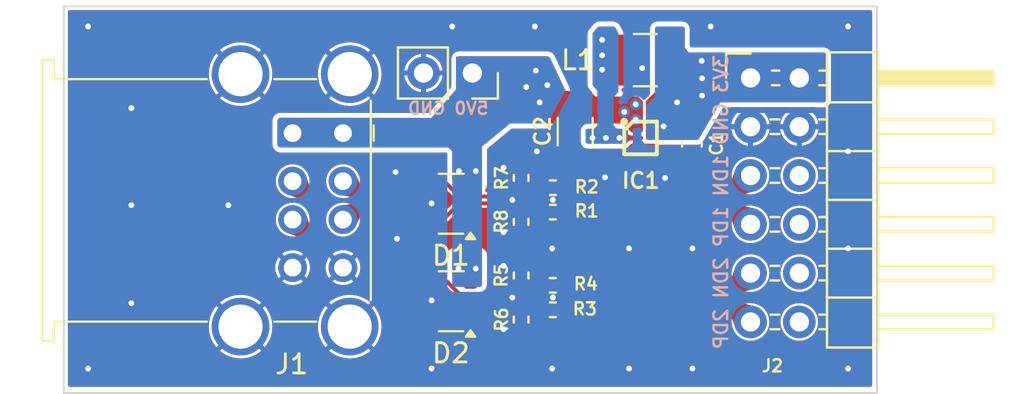
<source format=kicad_pcb>
(kicad_pcb (version 20240108) (generator "pcbnew") (generator_version "8.0")
  (layers (0 "F.Cu" signal) (1 "In1.Cu" signal) (2 "In2.Cu" signal) (31 "B.Cu" signal) (34 "B.Paste" user) (35 "F.Paste" user) (36 "B.SilkS" user "B.Silkscreen") (37 "F.SilkS" user "F.Silkscreen") (38 "B.Mask" user) (39 "F.Mask" user) (44 "Edge.Cuts" user))
  (net 0 "")
  (net 5 "GND")
  (net 6 "/USB2t_DP")
  (net 7 "/USB2t_DN")
  (net 8 "/USB2_DP")
  (net 9 "/USB2_DN")
  (net 10 "/USB1t_DP")
  (net 11 "/USB1t_DN")
  (net 12 "/USB1_DP")
  (net 13 "/USB1_DN")
  (net 14 "/PWR5V0")
  (net 15 "/PWR3V3")
  (net 16 "/IC1-SW")
  (footprint "usb_host_pmod:USB_A_Wuerth_61400826021_Horizontal_Stacked" (layer "F.Cu") (at 86.614 45.8 -90)
    (property "Reference" "J1" (at 12.025 2.667 0) (layer "F.SilkS"))
    (property "Value" "UK-USB AF 90-19.6")
    (fp_line (start -3.81 15.67) (end -3.81 15.05) (stroke (width 0.12)) (layer "F.SilkS"))
    (fp_line (start 10.81 15.67) (end -3.81 15.67) (stroke (width 0.12)) (layer "F.SilkS"))
    (fp_line (start -3.81 15.05) (end -2.81 15.05) (stroke (width 0.12)) (layer "F.SilkS"))
    (fp_line (start -2.81 15.05) (end -2.81 7.08) (stroke (width 0.12)) (layer "F.SilkS"))
    (fp_line (start 9.81 15.05) (end 10.81 15.05) (stroke (width 0.12)) (layer "F.SilkS"))
    (fp_line (start 10.81 15.05) (end 10.81 15.67) (stroke (width 0.12)) (layer "F.SilkS"))
    (fp_line (start 9.81 7.08) (end 9.81 15.05) (stroke (width 0.12)) (layer "F.SilkS"))
    (fp_line (start -2.81 3.58) (end -2.81 1.4) (stroke (width 0.12)) (layer "F.SilkS"))
    (fp_line (start 9.81 3.58) (end 9.81 1.4) (stroke (width 0.12)) (layer "F.SilkS"))
    (fp_line (start -1.69 -1.45) (end 8.69 -1.45) (stroke (width 0.12)) (layer "F.SilkS"))
    (fp_line (start 0.4 -1.6) (end -0.4 -1.6) (stroke (width 0.12)) (layer "F.SilkS"))
    (pad "1" thru_hole rect (at 0 0 270) (size 1.5 1.5) (drill 0.92) (layers "*.Cu" "*.Mask") (net 14 "/PWR5V0"))
    (pad "2" thru_hole circle (at 2.5 0 270) (size 1.5 1.5) (drill 0.92) (layers "*.Cu" "*.Mask") (net 11 "/USB1t_DN"))
    (pad "3" thru_hole circle (at 4.5 0 270) (size 1.5 1.5) (drill 0.92) (layers "*.Cu" "*.Mask") (net 10 "/USB1t_DP"))
    (pad "4" thru_hole circle (at 7 0 270) (size 1.5 1.5) (drill 0.92) (layers "*.Cu" "*.Mask") (net 5 "GND"))
    (pad "5" thru_hole circle (at 0 2.62 270) (size 1.5 1.5) (drill 0.92) (layers "*.Cu" "*.Mask") (net 14 "/PWR5V0"))
    (pad "6" thru_hole circle (at 2.5 2.62 270) (size 1.5 1.5) (drill 0.92) (layers "*.Cu" "*.Mask") (net 7 "/USB2t_DN"))
    (pad "7" thru_hole circle (at 4.5 2.62 270) (size 1.5 1.5) (drill 0.92) (layers "*.Cu" "*.Mask") (net 6 "/USB2t_DP"))
    (pad "8" thru_hole circle (at 7 2.62 270) (size 1.5 1.5) (drill 0.92) (layers "*.Cu" "*.Mask") (net 5 "GND"))
    (pad "9" thru_hole circle (at -3.07 -0.35 270) (size 3 3) (drill 2.3) (layers "*.Cu" "*.Mask") (net 5 "GND"))
    (pad "9" thru_hole circle (at -3.07 5.33 270) (size 3 3) (drill 2.3) (layers "*.Cu" "*.Mask") (net 5 "GND"))
    (pad "9" thru_hole circle (at 10.07 -0.35 270) (size 3 3) (drill 2.3) (layers "*.Cu" "*.Mask") (net 5 "GND"))
    (pad "9" thru_hole circle (at 10.07 5.33 270) (size 3 3) (drill 2.3) (layers "*.Cu" "*.Mask") (net 5 "GND"))
  )
  (footprint "Resistor_SMD:R_0402_1005Metric" (layer "F.Cu") (at 95.885 50.421 90)
    (property "Reference" "R8" (at 0.021 -1.035 90) (layer "F.SilkS") (effects (font (size 0.635 0.635) (thickness 0.127))))
    (property "Value" "15K")
    (fp_line (start -0.153641 -0.38) (end 0.153641 -0.38) (stroke (width 0.127)) (layer "F.SilkS"))
    (fp_line (start -0.153641 0.38) (end 0.153641 0.38) (stroke (width 0.127)) (layer "F.SilkS"))
    (pad "1" smd roundrect (at -0.51 0 90) (size 0.54 0.64) (layers "F.Cu" "F.Paste" "F.Mask") (net 5 "GND"))
    (pad "2" smd roundrect (at 0.51 0 90) (size 0.54 0.64) (layers "F.Cu" "F.Paste" "F.Mask") (net 10 "/USB1t_DP"))
  )
  (footprint "Resistor_SMD:R_0402_1005Metric" (layer "F.Cu") (at 97.534 53.721)
    (property "Reference" "R4" (at 1.716 -0.071 0) (layer "F.SilkS") (effects (font (size 0.635 0.635) (thickness 0.127))))
    (property "Value" "22")
    (fp_line (start -0.153641 -0.38) (end 0.153641 -0.38) (stroke (width 0.127)) (layer "F.SilkS"))
    (fp_line (start -0.153641 0.38) (end 0.153641 0.38) (stroke (width 0.127)) (layer "F.SilkS"))
    (pad "1" smd roundrect (at -0.51 0) (size 0.54 0.64) (layers "F.Cu" "F.Paste" "F.Mask") (net 7 "/USB2t_DN"))
    (pad "2" smd roundrect (at 0.51 0) (size 0.54 0.64) (layers "F.Cu" "F.Paste" "F.Mask") (net 9 "/USB2_DN"))
  )
  (footprint "usb_host_pmod:BGA9C40P3X3_119X129X62" (layer "F.Cu") (at 102.1 46.05)
    (property "Reference" "IC1" (at 0.012 2.221 0) (layer "F.SilkS") (effects (font (size 0.8 0.8) (thickness 0.1524) (bold yes))))
    (property "Value" "TPS61253AYFFR" (hide yes))
    (fp_line (start -0.85 -0.4) (end -0.4 -0.85) (stroke (width 0.2)) (layer "F.SilkS"))
    (fp_line (start -0.85 0.85) (end -0.85 -0.4) (stroke (width 0.2)) (layer "F.SilkS"))
    (fp_line (start -0.4 -0.85) (end 0.85 -0.85) (stroke (width 0.2)) (layer "F.SilkS"))
    (fp_line (start 0.85 -0.85) (end 0.85 0.85) (stroke (width 0.2)) (layer "F.SilkS"))
    (fp_line (start 0.85 0.85) (end -0.85 0.85) (stroke (width 0.2)) (layer "F.SilkS"))
    (fp_circle (center -0.85 -0.85) (end -0.85 -0.75) (stroke (width 0.2)) (fill none) (layer "F.SilkS"))
    (pad "A1" smd circle (at -0.4 -0.4 90) (size 0.2 0.2) (layers "F.Cu" "F.Paste" "F.Mask") (net 14 "/PWR5V0"))
    (pad "A2" smd circle (at 0 -0.4 90) (size 0.2 0.2) (layers "F.Cu" "F.Paste" "F.Mask") (net 14 "/PWR5V0"))
    (pad "A3" smd circle (at 0.4 -0.4 90) (size 0.2 0.2) (layers "F.Cu" "F.Paste" "F.Mask") (net 15 "/PWR3V3"))
    (pad "B1" smd circle (at -0.4 0 90) (size 0.2 0.2) (layers "F.Cu" "F.Paste" "F.Mask") (net 16 "/IC1-SW"))
    (pad "B2" smd circle (at 0 0 90) (size 0.2 0.2) (layers "F.Cu" "F.Paste" "F.Mask") (net 16 "/IC1-SW"))
    (pad "B3" smd circle (at 0.4 0 90) (size 0.2 0.2) (layers "F.Cu" "F.Paste" "F.Mask") (net 15 "/PWR3V3"))
    (pad "C1" smd circle (at -0.4 0.4 90) (size 0.2 0.2) (layers "F.Cu" "F.Paste" "F.Mask") (net 5 "GND"))
    (pad "C2" smd circle (at 0 0.4 90) (size 0.2 0.2) (layers "F.Cu" "F.Paste" "F.Mask") (net 5 "GND"))
    (pad "C3" smd circle (at 0.4 0.4 90) (size 0.2 0.2) (layers "F.Cu" "F.Paste" "F.Mask") (net 5 "GND"))
  )
  (footprint "Resistor_SMD:R_0402_1005Metric" (layer "F.Cu") (at 95.885 53.211 -90)
    (property "Reference" "R5" (at -0.011 1.035 90) (layer "F.SilkS") (effects (font (size 0.635 0.635) (thickness 0.127))))
    (property "Value" "15K")
    (fp_line (start -0.153641 0.38) (end 0.153641 0.38) (stroke (width 0.127)) (layer "F.SilkS"))
    (fp_line (start -0.153641 -0.38) (end 0.153641 -0.38) (stroke (width 0.127)) (layer "F.SilkS"))
    (pad "1" smd roundrect (at -0.51 0 270) (size 0.54 0.64) (layers "F.Cu" "F.Paste" "F.Mask") (net 5 "GND"))
    (pad "2" smd roundrect (at 0.51 0 270) (size 0.54 0.64) (layers "F.Cu" "F.Paste" "F.Mask") (net 7 "/USB2t_DN"))
  )
  (footprint "Resistor_SMD:R_0402_1005Metric" (layer "F.Cu") (at 97.534 49.911)
    (property "Reference" "R1" (at 1.766 -0.061 0) (layer "F.SilkS") (effects (font (size 0.635 0.635) (thickness 0.127))))
    (property "Value" "22")
    (fp_line (start -0.153641 -0.38) (end 0.153641 -0.38) (stroke (width 0.127)) (layer "F.SilkS"))
    (fp_line (start -0.153641 0.38) (end 0.153641 0.38) (stroke (width 0.127)) (layer "F.SilkS"))
    (pad "1" smd roundrect (at -0.51 0) (size 0.54 0.64) (layers "F.Cu" "F.Paste" "F.Mask") (net 10 "/USB1t_DP"))
    (pad "2" smd roundrect (at 0.51 0) (size 0.54 0.64) (layers "F.Cu" "F.Paste" "F.Mask") (net 12 "/USB1_DP"))
  )
  (footprint "Resistor_SMD:R_0402_1005Metric" (layer "F.Cu") (at 97.534 54.991)
    (property "Reference" "R3" (at 1.666 -0.041 0) (layer "F.SilkS") (effects (font (size 0.635 0.635) (thickness 0.127))))
    (property "Value" "22")
    (fp_line (start -0.153641 -0.38) (end 0.153641 -0.38) (stroke (width 0.127)) (layer "F.SilkS"))
    (fp_line (start -0.153641 0.38) (end 0.153641 0.38) (stroke (width 0.127)) (layer "F.SilkS"))
    (pad "1" smd roundrect (at -0.51 0) (size 0.54 0.64) (layers "F.Cu" "F.Paste" "F.Mask") (net 6 "/USB2t_DP"))
    (pad "2" smd roundrect (at 0.51 0) (size 0.54 0.64) (layers "F.Cu" "F.Paste" "F.Mask") (net 8 "/USB2_DP"))
  )
  (footprint "Resistor_SMD:R_0402_1005Metric" (layer "F.Cu") (at 95.885 48.131 -90)
    (property "Reference" "R7" (at 0.019 1.016 90) (layer "F.SilkS") (effects (font (size 0.635 0.635) (thickness 0.127))))
    (property "Value" "15K")
    (fp_line (start -0.153641 0.38) (end 0.153641 0.38) (stroke (width 0.127)) (layer "F.SilkS"))
    (fp_line (start -0.153641 -0.38) (end 0.153641 -0.38) (stroke (width 0.127)) (layer "F.SilkS"))
    (pad "1" smd roundrect (at -0.51 0 270) (size 0.54 0.64) (layers "F.Cu" "F.Paste" "F.Mask") (net 5 "GND"))
    (pad "2" smd roundrect (at 0.51 0 270) (size 0.54 0.64) (layers "F.Cu" "F.Paste" "F.Mask") (net 11 "/USB1t_DN"))
  )
  (footprint "Resistor_SMD:R_0402_1005Metric" (layer "F.Cu") (at 95.885 55.501 90)
    (property "Reference" "R6" (at 0.001 -1.016 90) (layer "F.SilkS") (effects (font (size 0.635 0.635) (thickness 0.127))))
    (property "Value" "15K")
    (fp_line (start -0.153641 -0.38) (end 0.153641 -0.38) (stroke (width 0.127)) (layer "F.SilkS"))
    (fp_line (start -0.153641 0.38) (end 0.153641 0.38) (stroke (width 0.127)) (layer "F.SilkS"))
    (pad "1" smd roundrect (at -0.51 0 90) (size 0.54 0.64) (layers "F.Cu" "F.Paste" "F.Mask") (net 5 "GND"))
    (pad "2" smd roundrect (at 0.51 0 90) (size 0.54 0.64) (layers "F.Cu" "F.Paste" "F.Mask") (net 6 "/USB2t_DP"))
  )
  (footprint "Capacitor_SMD:C_0603_1608Metric" (layer "F.Cu") (at 104.775 46.368 -90)
    (property "Reference" "C1" (at -0.018 -1.275 90) (layer "F.SilkS") (effects (font (size 0.635 0.635) (thickness 0.127) (bold yes))))
    (property "Value" "10uF")
    (fp_line (start -0.14058 0.51) (end 0.14058 0.51) (stroke (width 0.12)) (layer "F.SilkS"))
    (fp_line (start -0.14058 -0.51) (end 0.14058 -0.51) (stroke (width 0.12)) (layer "F.SilkS"))
    (pad "1" smd roundrect (at -0.775 0 270) (size 0.9 0.95) (layers "F.Cu" "F.Paste" "F.Mask") (net 15 "/PWR3V3"))
    (pad "2" smd roundrect (at 0.775 0 270) (size 0.9 0.95) (layers "F.Cu" "F.Paste" "F.Mask") (net 5 "GND"))
  )
  (footprint "Connector_PinHeader_2.54mm:PinHeader_2x06_P2.54mm_Horizontal" (layer "F.Cu") (at 107.823 42.926)
    (property "Reference" "J2" (at 1.143 14.986 0) (layer "F.SilkS") (effects (font (size 0.635 0.635) (thickness 0.127))))
    (property "Value" "Conn_02x06_Odd_Even")
    (fp_line (start -1.27 -1.27) (end 0 -1.27) (stroke (width 0.127)) (layer "F.SilkS"))
    (fp_line (start -1.27 0) (end -1.27 -1.27) (stroke (width 0.127)) (layer "F.SilkS"))
    (fp_line (start 1.042929 2.16) (end 1.497071 2.16) (stroke (width 0.127)) (layer "F.SilkS"))
    (fp_line (start 1.042929 2.92) (end 1.497071 2.92) (stroke (width 0.127)) (layer "F.SilkS"))
    (fp_line (start 1.042929 4.7) (end 1.497071 4.7) (stroke (width 0.127)) (layer "F.SilkS"))
    (fp_line (start 1.042929 5.46) (end 1.497071 5.46) (stroke (width 0.127)) (layer "F.SilkS"))
    (fp_line (start 1.042929 7.24) (end 1.497071 7.24) (stroke (width 0.127)) (layer "F.SilkS"))
    (fp_line (start 1.042929 8) (end 1.497071 8) (stroke (width 0.127)) (layer "F.SilkS"))
    (fp_line (start 1.042929 9.78) (end 1.497071 9.78) (stroke (width 0.127)) (layer "F.SilkS"))
    (fp_line (start 1.042929 10.54) (end 1.497071 10.54) (stroke (width 0.127)) (layer "F.SilkS"))
    (fp_line (start 1.042929 12.32) (end 1.497071 12.32) (stroke (width 0.127)) (layer "F.SilkS"))
    (fp_line (start 1.042929 13.08) (end 1.497071 13.08) (stroke (width 0.127)) (layer "F.SilkS"))
    (fp_line (start 1.11 -0.38) (end 1.497071 -0.38) (stroke (width 0.127)) (layer "F.SilkS"))
    (fp_line (start 1.11 0.38) (end 1.497071 0.38) (stroke (width 0.127)) (layer "F.SilkS"))
    (fp_line (start 3.582929 -0.38) (end 3.98 -0.38) (stroke (width 0.127)) (layer "F.SilkS"))
    (fp_line (start 3.582929 0.38) (end 3.98 0.38) (stroke (width 0.127)) (layer "F.SilkS"))
    (fp_line (start 3.582929 2.16) (end 3.98 2.16) (stroke (width 0.127)) (layer "F.SilkS"))
    (fp_line (start 3.582929 2.92) (end 3.98 2.92) (stroke (width 0.127)) (layer "F.SilkS"))
    (fp_line (start 3.582929 4.7) (end 3.98 4.7) (stroke (width 0.127)) (layer "F.SilkS"))
    (fp_line (start 3.582929 5.46) (end 3.98 5.46) (stroke (width 0.127)) (layer "F.SilkS"))
    (fp_line (start 3.582929 7.24) (end 3.98 7.24) (stroke (width 0.127)) (layer "F.SilkS"))
    (fp_line (start 3.582929 8) (end 3.98 8) (stroke (width 0.127)) (layer "F.SilkS"))
    (fp_line (start 3.582929 9.78) (end 3.98 9.78) (stroke (width 0.127)) (layer "F.SilkS"))
    (fp_line (start 3.582929 10.54) (end 3.98 10.54) (stroke (width 0.127)) (layer "F.SilkS"))
    (fp_line (start 3.582929 12.32) (end 3.98 12.32) (stroke (width 0.127)) (layer "F.SilkS"))
    (fp_line (start 3.582929 13.08) (end 3.98 13.08) (stroke (width 0.127)) (layer "F.SilkS"))
    (fp_line (start 3.98 -1.33) (end 3.98 14.03) (stroke (width 0.127)) (layer "F.SilkS"))
    (fp_line (start 3.98 1.27) (end 6.64 1.27) (stroke (width 0.127)) (layer "F.SilkS"))
    (fp_line (start 3.98 3.81) (end 6.64 3.81) (stroke (width 0.127)) (layer "F.SilkS"))
    (fp_line (start 3.98 6.35) (end 6.64 6.35) (stroke (width 0.127)) (layer "F.SilkS"))
    (fp_line (start 3.98 8.89) (end 6.64 8.89) (stroke (width 0.127)) (layer "F.SilkS"))
    (fp_line (start 3.98 11.43) (end 6.64 11.43) (stroke (width 0.127)) (layer "F.SilkS"))
    (fp_line (start 3.98 14.03) (end 6.64 14.03) (stroke (width 0.127)) (layer "F.SilkS"))
    (fp_line (start 6.64 -1.33) (end 3.98 -1.33) (stroke (width 0.127)) (layer "F.SilkS"))
    (fp_line (start 6.64 -0.38) (end 12.64 -0.38) (stroke (width 0.127)) (layer "F.SilkS"))
    (fp_line (start 6.64 -0.32) (end 12.64 -0.32) (stroke (width 0.127)) (layer "F.SilkS"))
    (fp_line (start 6.64 -0.2) (end 12.64 -0.2) (stroke (width 0.127)) (layer "F.SilkS"))
    (fp_line (start 6.64 -0.08) (end 12.64 -0.08) (stroke (width 0.127)) (layer "F.SilkS"))
    (fp_line (start 6.64 0.04) (end 12.64 0.04) (stroke (width 0.127)) (layer "F.SilkS"))
    (fp_line (start 6.64 0.16) (end 12.64 0.16) (stroke (width 0.127)) (layer "F.SilkS"))
    (fp_line (start 6.64 0.28) (end 12.64 0.28) (stroke (width 0.127)) (layer "F.SilkS"))
    (fp_line (start 6.64 2.16) (end 12.64 2.16) (stroke (width 0.127)) (layer "F.SilkS"))
    (fp_line (start 6.64 4.7) (end 12.64 4.7) (stroke (width 0.127)) (layer "F.SilkS"))
    (fp_line (start 6.64 7.24) (end 12.64 7.24) (stroke (width 0.127)) (layer "F.SilkS"))
    (fp_line (start 6.64 9.78) (end 12.64 9.78) (stroke (width 0.127)) (layer "F.SilkS"))
    (fp_line (start 6.64 12.32) (end 12.64 12.32) (stroke (width 0.127)) (layer "F.SilkS"))
    (fp_line (start 6.64 14.03) (end 6.64 -1.33) (stroke (width 0.127)) (layer "F.SilkS"))
    (fp_line (start 12.64 -0.38) (end 12.64 0.38) (stroke (width 0.127)) (layer "F.SilkS"))
    (fp_line (start 12.64 0.38) (end 6.64 0.38) (stroke (width 0.127)) (layer "F.SilkS"))
    (fp_line (start 12.64 2.16) (end 12.64 2.92) (stroke (width 0.127)) (layer "F.SilkS"))
    (fp_line (start 12.64 2.92) (end 6.64 2.92) (stroke (width 0.127)) (layer "F.SilkS"))
    (fp_line (start 12.64 4.7) (end 12.64 5.46) (stroke (width 0.127)) (layer "F.SilkS"))
    (fp_line (start 12.64 5.46) (end 6.64 5.46) (stroke (width 0.127)) (layer "F.SilkS"))
    (fp_line (start 12.64 7.24) (end 12.64 8) (stroke (width 0.127)) (layer "F.SilkS"))
    (fp_line (start 12.64 8) (end 6.64 8) (stroke (width 0.127)) (layer "F.SilkS"))
    (fp_line (start 12.64 9.78) (end 12.64 10.54) (stroke (width 0.127)) (layer "F.SilkS"))
    (fp_line (start 12.64 10.54) (end 6.64 10.54) (stroke (width 0.127)) (layer "F.SilkS"))
    (fp_line (start 12.64 12.32) (end 12.64 13.08) (stroke (width 0.127)) (layer "F.SilkS"))
    (fp_line (start 12.64 13.08) (end 6.64 13.08) (stroke (width 0.127)) (layer "F.SilkS"))
    (pad "1" thru_hole rect (at 0 0) (size 1.7 1.7) (drill 1) (layers "*.Cu" "*.Mask") (net 15 "/PWR3V3"))
    (pad "2" thru_hole oval (at 2.54 0) (size 1.7 1.7) (drill 1) (layers "*.Cu" "*.Mask") (net 15 "/PWR3V3"))
    (pad "3" thru_hole oval (at 0 2.54) (size 1.7 1.7) (drill 1) (layers "*.Cu" "*.Mask") (net 5 "GND"))
    (pad "4" thru_hole oval (at 2.54 2.54) (size 1.7 1.7) (drill 1) (layers "*.Cu" "*.Mask") (net 5 "GND"))
    (pad "5" thru_hole oval (at 0 5.08) (size 1.7 1.7) (drill 1) (layers "*.Cu" "*.Mask") (net 13 "/USB1_DN"))
    (pad "6" thru_hole oval (at 2.54 5.08) (size 1.7 1.7) (drill 1) (layers "*.Cu" "*.Mask"))
    (pad "7" thru_hole oval (at 0 7.62) (size 1.7 1.7) (drill 1) (layers "*.Cu" "*.Mask") (net 12 "/USB1_DP"))
    (pad "8" thru_hole oval (at 2.54 7.62) (size 1.7 1.7) (drill 1) (layers "*.Cu" "*.Mask"))
    (pad "9" thru_hole oval (at 0 10.16) (size 1.7 1.7) (drill 1) (layers "*.Cu" "*.Mask") (net 9 "/USB2_DN"))
    (pad "10" thru_hole oval (at 2.54 10.16) (size 1.7 1.7) (drill 1) (layers "*.Cu" "*.Mask"))
    (pad "11" thru_hole oval (at 0 12.7) (size 1.7 1.7) (drill 1) (layers "*.Cu" "*.Mask") (net 8 "/USB2_DP"))
    (pad "12" thru_hole oval (at 2.54 12.7) (size 1.7 1.7) (drill 1) (layers "*.Cu" "*.Mask"))
  )
  (footprint "Capacitor_SMD:C_1206_3216Metric" (layer "F.Cu") (at 98.7 45.725 -90)
    (property "Reference" "C2" (at -0.025 1.7 -90) (layer "F.SilkS") (effects (font (size 0.8 0.8))))
    (property "Value" "22uF")
    (fp_line (start -0.711252 0.91) (end 0.711252 0.91) (stroke (width 0.12)) (layer "F.SilkS"))
    (fp_line (start -0.711252 -0.91) (end 0.711252 -0.91) (stroke (width 0.12)) (layer "F.SilkS"))
    (pad "1" smd roundrect (at -1.475 0 270) (size 1.15 1.8) (layers "F.Cu" "F.Paste" "F.Mask") (roundrect_rratio 0.217391) (net 14 "/PWR5V0"))
    (pad "2" smd roundrect (at 1.475 0 270) (size 1.15 1.8) (layers "F.Cu" "F.Paste" "F.Mask") (roundrect_rratio 0.217391) (net 5 "GND"))
  )
  (footprint "Inductor_SMD:L_1210_3225Metric" (layer "F.Cu") (at 102.35 42 180)
    (property "Reference" "L1" (at 3.5 0 0) (layer "F.SilkS"))
    (property "Value" "DFE322512F-1R0M=P2")
    (fp_line (start -0.602064 1.36) (end 0.602064 1.36) (stroke (width 0.12)) (layer "F.SilkS"))
    (fp_line (start -0.602064 -1.36) (end 0.602064 -1.36) (stroke (width 0.12)) (layer "F.SilkS"))
    (pad "1" smd roundrect (at -1.4 0 180) (size 1.25 2.65) (layers "F.Cu" "F.Paste" "F.Mask") (roundrect_rratio 0.2) (net 15 "/PWR3V3"))
    (pad "2" smd roundrect (at 1.4 0 180) (size 1.25 2.65) (layers "F.Cu" "F.Paste" "F.Mask") (roundrect_rratio 0.2) (net 16 "/IC1-SW"))
  )
  (footprint "Connector_PinSocket_2.54mm:PinSocket_1x02_P2.54mm_Vertical" (layer "F.Cu") (at 93.345 42.672 -90)
    (property "Reference" "J3" (hide yes))
    (property "Value" "Conn_01x02_Socket" (hide yes))
    (fp_line (start -1.33 3.87) (end 1.33 3.87) (stroke (width 0.127)) (layer "F.SilkS"))
    (fp_line (start -1.33 1.27) (end -1.33 3.87) (stroke (width 0.127)) (layer "F.SilkS"))
    (fp_line (start -1.33 1.27) (end 1.33 1.27) (stroke (width 0.127)) (layer "F.SilkS"))
    (fp_line (start 1.33 1.27) (end 1.33 3.87) (stroke (width 0.127)) (layer "F.SilkS"))
    (fp_line (start 0 -1.33) (end 1.33 -1.33) (stroke (width 0.127)) (layer "F.SilkS"))
    (fp_line (start 1.33 -1.33) (end 1.33 0) (stroke (width 0.127)) (layer "F.SilkS"))
    (pad "1" thru_hole rect (at 0 0 270) (size 1.7 1.7) (drill 1) (layers "*.Cu" "*.Mask") (net 14 "/PWR5V0"))
    (pad "2" thru_hole oval (at 0 2.54 270) (size 1.7 1.7) (drill 1) (layers "*.Cu" "*.Mask") (net 5 "GND"))
  )
  (footprint "Resistor_SMD:R_0402_1005Metric" (layer "F.Cu") (at 97.534 48.641)
    (property "Reference" "R2" (at 1.766 -0.041 0) (layer "F.SilkS") (effects (font (size 0.635 0.635) (thickness 0.127))))
    (property "Value" "22")
    (fp_line (start -0.153641 -0.38) (end 0.153641 -0.38) (stroke (width 0.127)) (layer "F.SilkS"))
    (fp_line (start -0.153641 0.38) (end 0.153641 0.38) (stroke (width 0.127)) (layer "F.SilkS"))
    (pad "1" smd roundrect (at -0.51 0) (size 0.54 0.64) (layers "F.Cu" "F.Paste" "F.Mask") (net 11 "/USB1t_DN"))
    (pad "2" smd roundrect (at 0.51 0) (size 0.54 0.64) (layers "F.Cu" "F.Paste" "F.Mask") (net 13 "/USB1_DN"))
  )
  (footprint "Package_TO_SOT_SMD:SOT-143" (layer "F.Cu") (at 92.25 54.55 180)
    (property "Reference" "D2" (at 0.02 -2.7 0) (layer "F.SilkS"))
    (property "Value" "SP0503BAHT")
    (fp_line (start 0.65 -1.56) (end -0.62 -1.56) (stroke (width 0.12)) (layer "F.SilkS"))
    (fp_line (start -0.65 1.56) (end 0.65 1.56) (stroke (width 0.12)) (layer "F.SilkS"))
    (fp_poly (pts (xy -1 -1.51) (xy -1.24 -1.84) (xy -0.76 -1.84) (xy -1 -1.51)) (stroke (width 0.12)) (fill solid) (layer "F.SilkS"))
    (pad "1" smd roundrect (at -1 -0.75 180) (size 0.7 1) (layers "F.Cu" "F.Paste" "F.Mask") (net 5 "GND"))
    (pad "2" smd roundrect (at -1 0.95 180) (size 0.7 0.6) (layers "F.Cu" "F.Paste" "F.Mask") (net 14 "/PWR5V0"))
    (pad "3" smd roundrect (at 1 0.95 180) (size 0.7 0.6) (layers "F.Cu" "F.Paste" "F.Mask") (net 7 "/USB2t_DN"))
    (pad "4" smd roundrect (at 1 -0.95 180) (size 0.7 0.6) (layers "F.Cu" "F.Paste" "F.Mask") (net 6 "/USB2t_DP"))
  )
  (footprint "Package_TO_SOT_SMD:SOT-143" (layer "F.Cu") (at 92.25 49.475 180)
    (property "Reference" "D1" (at 0.02 -2.7 0) (layer "F.SilkS"))
    (property "Value" "SP0503BAHT")
    (fp_line (start 0.65 -1.56) (end -0.62 -1.56) (stroke (width 0.12)) (layer "F.SilkS"))
    (fp_line (start -0.65 1.56) (end 0.65 1.56) (stroke (width 0.12)) (layer "F.SilkS"))
    (fp_poly (pts (xy -1 -1.51) (xy -1.24 -1.84) (xy -0.76 -1.84) (xy -1 -1.51)) (stroke (width 0.12)) (fill solid) (layer "F.SilkS"))
    (pad "1" smd roundrect (at -1 -0.75 180) (size 0.7 1) (layers "F.Cu" "F.Paste" "F.Mask") (net 5 "GND"))
    (pad "2" smd roundrect (at -1 0.95 180) (size 0.7 0.6) (layers "F.Cu" "F.Paste" "F.Mask") (net 14 "/PWR5V0"))
    (pad "3" smd roundrect (at 1 0.95 180) (size 0.7 0.6) (layers "F.Cu" "F.Paste" "F.Mask") (net 11 "/USB1t_DN"))
    (pad "4" smd roundrect (at 1 -0.95 180) (size 0.7 0.6) (layers "F.Cu" "F.Paste" "F.Mask") (net 10 "/USB1t_DP"))
  )
  (gr_rect (start 72.0852 39.2) (end 114.4 59.327) (stroke (width 0.1)) (fill none) (layer "Edge.Cuts"))
  (gr_text "5V0 GND" (at 94.2594 44.8818 0) (layer "B.SilkS") (effects (font (size 0.635 0.635) (thickness 0.127) (bold yes)) (justify left bottom mirror)))
  (gr_text "3V3 GND 1DN 1DP 2DN 2DP" (at 106.7 41.65 90) (layer "B.SilkS") (effects (font (size 0.7112 0.7112) (thickness 0.127) (bold yes)) (justify left bottom mirror)))
  (segment (start 111.65 45.4) (end 111.65 45.1) (width 0.3) (layer "F.Cu") (net 5))
  (segment (start 111.584 45.466) (end 110.363 45.466) (width 0.254) (layer "F.Cu") (net 5))
  (segment (start 106.85 44.6) (end 106.6 44.85) (width 0.3) (layer "F.Cu") (net 5))
  (segment (start 103.55 46.6) (end 103.378 46.772) (width 0.254) (layer "F.Cu") (net 5))
  (segment (start 106.6 44.85) (end 106.6 45.45) (width 0.3) (layer "F.Cu") (net 5))
  (segment (start 103.342331 48.097331) (end 103.342331 46.532858) (width 0.254) (layer "F.Cu") (net 5))
  (segment (start 102.943 47.143) (end 102.5 46.7) (width 0.254) (layer "F.Cu") (net 5))
  (segment (start 105.45 46.6) (end 103.55 46.6) (width 0.254) (layer "F.Cu") (net 5))
  (segment (start 105.267142 46.532858) (end 106.334 45.466) (width 0.254) (layer "F.Cu") (net 5))
  (segment (start 95.885 56.011) (end 94.9746 56.011) (width 0.5) (layer "F.Cu") (net 5))
  (segment (start 105.457 47.143) (end 105.65 46.95) (width 0.254) (layer "F.Cu") (net 5))
  (segment (start 111.65 45.1) (end 111.15 44.6) (width 0.3) (layer "F.Cu") (net 5))
  (segment (start 94.992 47.621) (end 94.9706 47.5996) (width 0.5) (layer "F.Cu") (net 5))
  (segment (start 94.9746 56.011) (end 94.9706 56.007) (width 0.5) (layer "F.Cu") (net 5))
  (segment (start 104.775 47.143) (end 105.457 47.143) (width 0.254) (layer "F.Cu") (net 5))
  (segment (start 103.378 48.133) (end 103.342331 48.097331) (width 0.254) (layer "F.Cu") (net 5))
  (segment (start 95.885 50.931) (end 94.992 50.931) (width 0.5) (layer "F.Cu") (net 5))
  (segment (start 104.775 47.143) (end 102.943 47.143) (width 0.254) (layer "F.Cu") (net 5))
  (segment (start 105.65 46.95) (end 105.65 46.8) (width 0.254) (layer "F.Cu") (net 5))
  (segment (start 95.885 52.701) (end 94.9746 52.701) (width 0.5) (layer "F.Cu") (net 5))
  (segment (start 101.3 47.15) (end 98.7 47.15) (width 0.254) (layer "F.Cu") (net 5))
  (segment (start 103.378 46.943785) (end 102.914995 46.48078) (width 0.254) (layer "F.Cu") (net 5))
  (segment (start 95.885 47.621) (end 94.992 47.621) (width 0.5) (layer "F.Cu") (net 5))
  (segment (start 107.823 45.466) (end 106.334 45.466) (width 0.254) (layer "F.Cu") (net 5))
  (segment (start 102.914995 46.48078) (end 101.66922 46.48078) (width 0.254) (layer "F.Cu") (net 5))
  (segment (start 94.992 50.931) (end 94.9706 50.9524) (width 0.5) (layer "F.Cu") (net 5))
  (segment (start 94.9746 52.701) (end 94.9706 52.705) (width 0.5) (layer "F.Cu") (net 5))
  (segment (start 111.65 45.4) (end 111.584 45.466) (width 0.254) (layer "F.Cu") (net 5))
  (segment (start 103.342331 46.532858) (end 105.267142 46.532858) (width 0.254) (layer "F.Cu") (net 5))
  (segment (start 103.378 46.772) (end 103.378 48.133) (width 0.254) (layer "F.Cu") (net 5))
  (segment (start 101.75 46.7) (end 101.3 47.15) (width 0.254) (layer "F.Cu") (net 5))
  (segment (start 102.5 46.7) (end 101.75 46.7) (width 0.254) (layer "F.Cu") (net 5))
  (segment (start 103.378 48.133) (end 103.378 46.943785) (width 0.254) (layer "F.Cu") (net 5))
  (segment (start 105.65 46.8) (end 105.45 46.6) (width 0.254) (layer "F.Cu") (net 5))
  (segment (start 101.66922 46.48078) (end 100.25 47.9) (width 0.254) (layer "F.Cu") (net 5))
  (segment (start 100.25 47.9) (end 100.25 48.1) (width 0.254) (layer "F.Cu") (net 5))
  (segment (start 111.15 44.6) (end 106.85 44.6) (width 0.3) (layer "F.Cu") (net 5))
  (via (at 89.425 51.3) (size 0.6) (drill 0.3) (layers "F.Cu" "B.Cu") (net 5))
  (via (at 103.378 48.133) (size 0.6) (drill 0.3) (layers "F.Cu" "B.Cu") (net 5))
  (via (at 105.75 40.25) (size 0.6) (drill 0.3) (layers "F.Cu" "B.Cu") (net 5))
  (via (at 75.6 54.65) (size 0.6) (drill 0.3) (layers "F.Cu" "B.Cu") (net 5))
  (via (at 73.35 40.25) (size 0.6) (drill 0.3) (layers "F.Cu" "B.Cu") (net 5))
  (via (at 96.7 46.75) (size 0.6) (drill 0.3) (layers "F.Cu" "B.Cu") (net 5))
  (via (at 95.4278 49.276) (size 0.6) (drill 0.3) (layers "F.Cu" "B.Cu") (net 5))
  (via (at 94.9706 52.705) (size 0.6) (drill 0.3) (layers "F.Cu" "B.Cu") (net 5))
  (via (at 73.35 58.05) (size 0.6) (drill 0.3) (layers "F.Cu" "B.Cu") (net 5))
  (via (at 95.4278 54.356) (size 0.6) (drill 0.3) (layers "F.Cu" "B.Cu") (net 5))
  (via (at 112.9 58.05) (size 0.6) (drill 0.3) (layers "F.Cu" "B.Cu") (net 5))
  (via (at 112.9 51.8) (size 0.6) (drill 0.3) (layers "F.Cu" "B.Cu") (net 5))
  (via (at 91.225 58.05) (size 0.6) (drill 0.3) (layers "F.Cu" "B.Cu") (net 5))
  (via (at 91.225 49.45) (size 0.6) (drill 0.3) (layers "F.Cu" "B.Cu") (net 5))
  (via (at 92.3 40.25) (size 0.6) (drill 0.3) (layers "F.Cu" "B.Cu") (net 5))
  (via (at 94.9706 50.9524) (size 0.6) (drill 0.3) (layers "F.Cu" "B.Cu") (net 5))
  (via (at 97.536 49.276) (size 0.6) (drill 0.3) (layers "F.Cu" "B.Cu") (net 5))
  (via (at 104.8 58.05) (size 0.6) (drill 0.3) (layers "F.Cu" "B.Cu") (net 5))
  (via (at 101.5 58.05) (size 0.6) (drill 0.3) (layers "F.Cu" "B.Cu") (net 5))
  (via (at 75.6 44.5) (size 0.6) (drill 0.3) (layers "F.Cu" "B.Cu") (net 5))
  (via (at 91.225 54.5) (size 0.6) (drill 0.3) (layers "F.Cu" "B.Cu") (net 5))
  (via (at 97.5 51.8) (size 0.6) (drill 0.3) (layers "F.Cu" "B.Cu") (net 5))
  (via (at 97.536 54.356) (size 0.6) (drill 0.3) (layers "F.Cu" "B.Cu") (net 5))
  (via (at 75.6 49.55) (size 0.6) (drill 0.3) (layers "F.Cu" "B.Cu") (net 5))
  (via (at 94.9706 56.007) (size 0.6) (drill 0.3) (layers "F.Cu" "B.Cu") (net 5))
  (via (at 96.6 40.25) (size 0.6) (drill 0.3) (layers "F.Cu" "B.Cu") (net 5))
  (via (at 104.8 51.8) (size 0.6) (drill 0.3) (layers "F.Cu" "B.Cu") (net 5))
  (via (at 112.9 46.75) (size 0.6) (drill 0.3) (layers "F.Cu" "B.Cu") (net 5))
  (via (at 89.35 47.825) (size 0.6) (drill 0.3) (layers "F.Cu" "B.Cu") (net 5))
  (via (at 80.65 49.55) (size 0.6) (drill 0.3) (layers "F.Cu" "B.Cu") (net 5))
  (via (at 112.9 40.25) (size 0.6) (drill 0.3) (layers "F.Cu" "B.Cu") (net 5))
  (via (at 100.25 48.1) (size 0.6) (drill 0.3) (layers "F.Cu" "B.Cu") (net 5))
  (via (at 94.9706 47.5996) (size 0.6) (drill 0.3) (layers "F.Cu" "B.Cu") (net 5))
  (via (at 97.5 58.05) (size 0.6) (drill 0.3) (layers "F.Cu" "B.Cu") (net 5))
  (via (at 102.1842 42.418) (size 0.6) (drill 0.3) (layers "F.Cu" "B.Cu") (net 5))
  (via (at 101.5 51.8) (size 0.6) (drill 0.3) (layers "F.Cu" "B.Cu") (net 5))
  (segment (start 106.61 45.44) (end 106.6 45.45) (width 0.3) (layer "B.Cu") (net 5))
  (segment (start 106.6 44.85) (end 106.85 44.6) (width 0.3) (layer "B.Cu") (net 5))
  (segment (start 111.15 44.6) (end 111.45 44.9) (width 0.3) (layer "B.Cu") (net 5))
  (segment (start 106.6 45.45) (end 106.6 44.85) (width 0.3) (layer "B.Cu") (net 5))
  (segment (start 110.363 45.466) (end 111.584 45.466) (width 0.254) (layer "B.Cu") (net 5))
  (segment (start 111.6 45.45) (end 111.6 45.05) (width 0.254) (layer "B.Cu") (net 5))
  (segment (start 111.584 45.466) (end 111.6 45.45) (width 0.254) (layer "B.Cu") (net 5))
  (segment (start 106.636 45.466) (end 106.61 45.44) (width 0.254) (layer "B.Cu") (net 5))
  (segment (start 107.823 45.466) (end 106.636 45.466) (width 0.254) (layer "B.Cu") (net 5))
  (segment (start 106.85 44.6) (end 111.15 44.6) (width 0.3) (layer "B.Cu") (net 5))
  (segment (start 111.6 45.05) (end 111.45 44.9) (width 0.254) (layer "B.Cu") (net 5))
  (segment (start 83.994 50.3) (end 83.994 50.319) (width 0.2032) (layer "F.Cu") (net 6))
  (segment (start 89.625 53.789079) (end 87.585921 51.75) (width 0.2032) (layer "F.Cu") (net 6))
  (segment (start 89.625 54.925) (end 89.625 53.789079) (width 0.2032) (layer "F.Cu") (net 6))
  (segment (start 94.8436 54.5338) (end 92.675 54.5338) (width 0.2032) (layer "F.Cu") (net 6))
  (segment (start 95.3008 54.991) (end 94.8436 54.5338) (width 0.2032) (layer "F.Cu") (net 6))
  (segment (start 91.25 55.5) (end 90.75 55.5) (width 0.2032) (layer "F.Cu") (net 6))
  (segment (start 90.75 55.5) (end 90.65 55.4) (width 0.2032) (layer "F.Cu") (net 6))
  (segment (start 90.1 55.4) (end 89.625 54.925) (width 0.2032) (layer "F.Cu") (net 6))
  (segment (start 84.55 50.26) (end 83.994 50.26) (width 0.2032) (layer "F.Cu") (net 6))
  (segment (start 87.585921 51.75) (end 85.444 51.75) (width 0.2032) (layer "F.Cu") (net 6))
  (segment (start 91.8088 55.4) (end 90.65 55.4) (width 0.2032) (layer "F.Cu") (net 6))
  (segment (start 95.885 54.991) (end 95.3008 54.991) (width 0.2032) (layer "F.Cu") (net 6))
  (segment (start 96.3922 54.5338) (end 95.935 54.991) (width 0.2032) (layer "F.Cu") (net 6))
  (segment (start 90.65 55.4) (end 90.1 55.4) (width 0.2032) (layer "F.Cu") (net 6))
  (segment (start 91.7088 55.5) (end 91.8088 55.4) (width 0.2032) (layer "F.Cu") (net 6))
  (segment (start 85.444 51.75) (end 83.994 50.3) (width 0.2032) (layer "F.Cu") (net 6))
  (segment (start 92.675 54.5338) (end 91.8088 55.4) (width 0.2032) (layer "F.Cu") (net 6))
  (segment (start 96.974 54.991) (end 96.5168 54.5338) (width 0.2032) (layer "F.Cu") (net 6))
  (segment (start 91.25 55.5) (end 91.7088 55.5) (width 0.2032) (layer "F.Cu") (net 6))
  (segment (start 96.5168 54.5338) (end 96.3922 54.5338) (width 0.2032) (layer "F.Cu") (net 6))
  (segment (start 95.879 53.721) (end 95.885 53.721) (width 0.2032) (layer "F.Cu") (net 7))
  (segment (start 85.775 51.4) (end 85.4 51.025) (width 0.2032) (layer "F.Cu") (net 7))
  (segment (start 85.4 49.706) (end 83.994 48.3) (width 0.2032) (layer "F.Cu") (net 7))
  (segment (start 92.0984 53.6016) (end 92.0218 53.525) (width 0.2032) (layer "F.Cu") (net 7))
  (segment (start 85.4 51.025) (end 85.4 49.706) (width 0.2032) (layer "F.Cu") (net 7))
  (segment (start 95.302099 53.721) (end 94.844899 54.1782) (width 0.2032) (layer "F.Cu") (net 7))
  (segment (start 92.675 54.1782) (end 92.0984 53.6016) (width 0.2032) (layer "F.Cu") (net 7))
  (segment (start 96.3922 54.1782) (end 95.935 53.721) (width 0.2032) (layer "F.Cu") (net 7))
  (segment (start 96.974 53.721) (end 96.5168 54.1782) (width 0.2032) (layer "F.Cu") (net 7))
  (segment (start 89.827895 53.525) (end 87.702895 51.4) (width 0.2032) (layer "F.Cu") (net 7))
  (segment (start 96.5168 54.1782) (end 96.3922 54.1782) (width 0.2032) (layer "F.Cu") (net 7))
  (segment (start 91.25 53.6) (end 90.65 53.6) (width 0.2032) (layer "F.Cu") (net 7))
  (segment (start 94.844899 54.1782) (end 92.675 54.1782) (width 0.2032) (layer "F.Cu") (net 7))
  (segment (start 87.702895 51.4) (end 85.775 51.4) (width 0.2032) (layer "F.Cu") (net 7))
  (segment (start 90.65 53.6) (end 90.575 53.525) (width 0.2032) (layer "F.Cu") (net 7))
  (segment (start 90.575 53.525) (end 89.827895 53.525) (width 0.2032) (layer "F.Cu") (net 7))
  (segment (start 92.0218 53.525) (end 90.575 53.525) (width 0.2032) (layer "F.Cu") (net 7))
  (segment (start 91.25 53.6) (end 92.0968 53.6) (width 0.2032) (layer "F.Cu") (net 7))
  (segment (start 95.885 53.721) (end 95.302099 53.721) (width 0.2032) (layer "F.Cu") (net 7))
  (segment (start 92.0968 53.6) (end 92.0984 53.6016) (width 0.2032) (layer "F.Cu") (net 7))
  (segment (start 98.524001 54.991) (end 98.044 54.991) (width 0.2032) (layer "F.Cu") (net 8))
  (segment (start 106.7308 54.5338) (end 98.981201 54.5338) (width 0.2032) (layer "F.Cu") (net 8))
  (segment (start 98.981201 54.5338) (end 98.524001 54.991) (width 0.2032) (layer "F.Cu") (net 8))
  (segment (start 107.823 55.626) (end 106.7308 54.5338) (width 0.2032) (layer "F.Cu") (net 8))
  (segment (start 98.981201 54.1782) (end 98.524001 53.721) (width 0.2032) (layer "F.Cu") (net 9))
  (segment (start 107.823 53.086) (end 106.7308 54.1782) (width 0.2032) (layer "F.Cu") (net 9))
  (segment (start 106.7308 54.1782) (end 98.981201 54.1782) (width 0.2032) (layer "F.Cu") (net 9))
  (segment (start 98.524001 53.721) (end 98.044 53.721) (width 0.2032) (layer "F.Cu") (net 9))
  (segment (start 91.25 50.425) (end 90.95 50.425) (width 0.2032) (layer "F.Cu") (net 10))
  (segment (start 91.25 50.425) (end 91.7038 50.425) (width 0.2032) (layer "F.Cu") (net 10))
  (segment (start 90.95 50.425) (end 90.8 50.275) (width 0.2032) (layer "F.Cu") (net 10))
  (segment (start 94.8436 49.4538) (end 95.3008 49.911) (width 0.2032) (layer "F.Cu") (net 10))
  (segment (start 96.5168 49.4538) (end 96.974 49.911) (width 0.2032) (layer "F.Cu") (net 10))
  (segment (start 95.3008 49.911) (end 95.885 49.911) (width 0.2032) (layer "F.Cu") (net 10))
  (segment (start 86.614 50.3) (end 86.739 50.425) (width 0.2032) (layer "F.Cu") (net 10))
  (segment (start 92.675 49.4538) (end 94.8436 49.4538) (width 0.2032) (layer "F.Cu") (net 10))
  (segment (start 96.3922 49.4538) (end 96.5168 49.4538) (width 0.2032) (layer "F.Cu") (net 10))
  (segment (start 90.8 50.275) (end 91.8538 50.275) (width 0.2032) (layer "F.Cu") (net 10))
  (segment (start 87.4362 49.4778) (end 90.0028 49.4778) (width 0.2032) (layer "F.Cu") (net 10))
  (segment (start 95.935 49.911) (end 96.3922 49.4538) (width 0.2032) (layer "F.Cu") (net 10))
  (segment (start 95.885 49.911) (end 95.935 49.911) (width 0.2032) (layer "F.Cu") (net 10))
  (segment (start 86.614 50.3) (end 87.4362 49.4778) (width 0.2032) (layer "F.Cu") (net 10))
  (segment (start 96.974 49.911) (end 97.024 49.911) (width 0.2032) (layer "F.Cu") (net 10))
  (segment (start 91.8538 50.275) (end 92.675 49.4538) (width 0.2032) (layer "F.Cu") (net 10))
  (segment (start 90.0028 49.4778) (end 90.8 50.275) (width 0.2032) (layer "F.Cu") (net 10))
  (segment (start 91.7038 50.425) (end 91.8538 50.275) (width 0.2032) (layer "F.Cu") (net 10))
  (segment (start 96.974 48.641) (end 97.024 48.641) (width 0.2032) (layer "F.Cu") (net 11))
  (segment (start 91.25 48.525) (end 92.1 48.525) (width 0.2032) (layer "F.Cu") (net 11))
  (segment (start 91.9768 48.4) (end 92.675 49.0982) (width 0.2032) (layer "F.Cu") (net 11))
  (segment (start 87.4362 49.1222) (end 90.0278 49.1222) (width 0.2032) (layer "F.Cu") (net 11))
  (segment (start 90.625 48.525) (end 90.75 48.4) (width 0.2032) (layer "F.Cu") (net 11))
  (segment (start 95.3008 48.641) (end 95.885 48.641) (width 0.2032) (layer "F.Cu") (net 11))
  (segment (start 92.1 48.525) (end 92.1009 48.5241) (width 0.2032) (layer "F.Cu") (net 11))
  (segment (start 96.3922 49.0982) (end 96.5168 49.0982) (width 0.2032) (layer "F.Cu") (net 11))
  (segment (start 95.935 48.641) (end 96.3922 49.0982) (width 0.2032) (layer "F.Cu") (net 11))
  (segment (start 90.75 48.4) (end 91.9768 48.4) (width 0.2032) (layer "F.Cu") (net 11))
  (segment (start 92.675 49.0982) (end 94.8436 49.0982) (width 0.2032) (layer "F.Cu") (net 11))
  (segment (start 96.5168 49.0982) (end 96.974 48.641) (width 0.2032) (layer "F.Cu") (net 11))
  (segment (start 86.614 48.3) (end 87.4362 49.1222) (width 0.2032) (layer "F.Cu") (net 11))
  (segment (start 90.0278 49.1222) (end 90.625 48.525) (width 0.2032) (layer "F.Cu") (net 11))
  (segment (start 86.614 48.3) (end 86.864 48.55) (width 0.2032) (layer "F.Cu") (net 11))
  (segment (start 91.25 48.525) (end 90.625 48.525) (width 0.2032) (layer "F.Cu") (net 11))
  (segment (start 95.885 48.641) (end 95.935 48.641) (width 0.2032) (layer "F.Cu") (net 11))
  (segment (start 94.8436 49.0982) (end 95.3008 48.641) (width 0.2032) (layer "F.Cu") (net 11))
  (segment (start 106.7308 49.4538) (end 98.981201 49.4538) (width 0.2032) (layer "F.Cu") (net 12))
  (segment (start 98.524001 49.911) (end 98.044 49.911) (width 0.2032) (layer "F.Cu") (net 12))
  (segment (start 107.823 50.546) (end 106.7308 49.4538) (width 0.2032) (layer "F.Cu") (net 12))
  (segment (start 98.981201 49.4538) (end 98.524001 49.911) (width 0.2032) (layer "F.Cu") (net 12))
  (segment (start 98.981201 49.0982) (end 98.524001 48.641) (width 0.2032) (layer "F.Cu") (net 13))
  (segment (start 98.524001 48.641) (end 98.044 48.641) (width 0.2032) (layer "F.Cu") (net 13))
  (segment (start 107.823 48.006) (end 106.7308 49.0982) (width 0.2032) (layer "F.Cu") (net 13))
  (segment (start 106.7308 49.0982) (end 98.981201 49.0982) (width 0.2032) (layer "F.Cu") (net 13))
  (segment (start 98.7 44) (end 97.95 44) (width 0.5) (layer "F.Cu") (net 14))
  (segment (start 101.6936 45.6436) (end 102.0936 45.6436) (width 0.254) (layer "F.Cu") (net 14))
  (segment (start 93.25 53.6) (end 93.25 53.475) (width 0.5) (layer "F.Cu") (net 14))
  (segment (start 102.0936 45.6436) (end 102.0936 44.195439) (width 0.254) (layer "F.Cu") (net 14))
  (segment (start 95.803 43.053) (end 93.726 43.053) (width 0.5) (layer "F.Cu") (net 14))
  (segment (start 98.7 44) (end 97.05 44) (width 0.5) (layer "F.Cu") (net 14))
  (segment (start 97.25 43.3) (end 97.25 43.15) (width 0.5) (layer "F.Cu") (net 14))
  (segment (start 93.25 53.6) (end 93.25 53.125) (width 0.5) (layer "F.Cu") (net 14))
  (segment (start 96.65 42.55) (end 93.467 42.55) (width 0.5) (layer "F.Cu") (net 14))
  (segment (start 97.25 43.15) (end 96.65 42.55) (width 0.5) (layer "F.Cu") (net 14))
  (segment (start 100.5 44.45) (end 101.6936 45.6436) (width 0.254) (layer "F.Cu") (net 14))
  (segment (start 102.0936 44.195439) (end 101.91996 44.021799) (width 0.254) (layer "F.Cu") (net 14))
  (segment (start 93.25 48.375) (end 92.65 47.775) (width 0.5) (layer "F.Cu") (net 14))
  (segment (start 96.15 43.4) (end 96.15 43.05) (width 0.5) (layer "F.Cu") (net 14))
  (segment (start 93.25 48.05) (end 93.525 47.775) (width 0.5) (layer "F.Cu") (net 14))
  (segment (start 93.345 42.672) (end 93.345 43.305) (width 0.5) (layer "F.Cu") (net 14))
  (segment (start 96.15 43.4) (end 95.803 43.053) (width 0.5) (layer "F.Cu") (net 14))
  (segment (start 98.878201 44.021799) (end 98.7 44.2) (width 0.254) (layer "F.Cu") (net 14))
  (segment (start 97.05 44) (end 96.85 44.2) (width 0.5) (layer "F.Cu") (net 14))
  (segment (start 96.85 44.1) (end 96.15 43.4) (width 0.5) (layer "F.Cu") (net 14))
  (segment (start 90.89 45.76) (end 83.994 45.76) (width 0.5) (layer "F.Cu") (net 14))
  (segment (start 96.85 43.7) (end 97.25 43.3) (width 0.5) (layer "F.Cu") (net 14))
  (segment (start 93.25 53.125) (end 93.525 52.85) (width 0.5) (layer "F.Cu") (net 14))
  (segment (start 93.25 53.475) (end 92.625 52.85) (width 0.5) (layer "F.Cu") (net 14))
  (segment (start 101.91996 44.021799) (end 98.878201 44.021799) (width 0.254) (layer "F.Cu") (net 14))
  (segment (start 96.15 43.05) (end 96.65 42.55) (width 0.5) (layer "F.Cu") (net 14))
  (segment (start 93.345 43.305) (end 90.89 45.76) (width 0.5) (layer "F.Cu") (net 14))
  (segment (start 96.85 44.2) (end 96.85 43.7) (width 0.5) (layer "F.Cu") (net 14))
  (segment (start 100.5 44.2) (end 100.5 44.45) (width 0.254) (layer "F.Cu") (net 14))
  (segment (start 93.25 48.525) (end 93.25 48.375) (width 0.5) (layer "F.Cu") (net 14))
  (segment (start 96.85 44.2) (end 96.85 44.1) (width 0.5) (layer "F.Cu") (net 14))
  (segment (start 97.95 44) (end 97.25 43.3) (width 0.5) (layer "F.Cu") (net 14))
  (segment (start 93.25 48.525) (end 93.25 48.05) (width 0.5) (layer "F.Cu") (net 14))
  (via (at 92.625 52.85) (size 0.6) (drill 0.3) (layers "F.Cu" "B.Cu") (net 14))
  (via (at 101.85 44.3) (size 0.6) (drill 0.3) (layers "F.Cu" "B.Cu") (net 14))
  (via (at 93.525 52.85) (size 0.6) (drill 0.3) (layers "F.Cu" "B.Cu") (net 14))
  (via (at 93.525 47.775) (size 0.6) (drill 0.3) (layers "F.Cu" "B.Cu") (net 14))
  (via (at 101.25 44.7) (size 0.6) (drill 0.3) (layers "F.Cu" "B.Cu") (net 14))
  (via (at 96.65 42.55) (size 0.6) (drill 0.3) (layers "F.Cu" "B.Cu") (net 14))
  (via (at 92.65 47.775) (size 0.6) (drill 0.3) (layers "F.Cu" "B.Cu") (net 14))
  (via (at 97.25 43.3) (size 0.6) (drill 0.3) (layers "F.Cu" "B.Cu") (net 14))
  (via (at 96.15 43.4) (size 0.6) (drill 0.3) (layers "F.Cu" "B.Cu") (net 14))
  (via (at 101.85 45.1) (size 0.6) (drill 0.3) (layers "F.Cu" "B.Cu") (net 14))
  (via (at 96.85 44.2) (size 0.6) (drill 0.3) (layers "F.Cu" "B.Cu") (net 14))
  (segment (start 104.775 45.593) (end 104.345 46.023) (width 0.254) (layer "F.Cu") (net 15))
  (segment (start 105.3 43.85) (end 105.3 42.054) (width 0.5) (layer "F.Cu") (net 15))
  (segment (start 105.324 42.926) (end 105.3 42.95) (width 0.5) (layer "F.Cu") (net 15))
  (segment (start 105.3 42.054) (end 105.283 42.037) (width 0.5) (layer "F.Cu") (net 15))
  (segment (start 104.345 46.023) (end 102.5064 46.023) (width 0.254) (layer "F.Cu") (net 15))
  (segment (start 103.75 41.75) (end 104.037 42.037) (width 0.5) (layer "F.Cu") (net 15))
  (segment (start 105.3 45.068) (end 104.775 45.593) (width 0.5) (layer "F.Cu") (net 15))
  (segment (start 102.5064 46.023) (end 102.5064 44.189228) (width 0.254) (layer "F.Cu") (net 15))
  (segment (start 103.485 43.210628) (end 103.485 41.95) (width 0.254) (layer "F.Cu") (net 15))
  (segment (start 102.5064 44.189228) (end 103.485 43.210628) (width 0.254) (layer "F.Cu") (net 15))
  (segment (start 105.35 43.9) (end 105.3 43.85) (width 0.5) (layer "F.Cu") (net 15))
  (segment (start 104.037 42.037) (end 105.283 42.037) (width 0.5) (layer "F.Cu") (net 15))
  (segment (start 110.363 42.926) (end 105.324 42.926) (width 0.5) (layer "F.Cu") (net 15))
  (segment (start 105.3 43.85) (end 105.3 45.068) (width 0.5) (layer "F.Cu") (net 15))
  (via (at 105.283 42.037) (size 0.6) (drill 0.3) (layers "F.Cu" "B.Cu") (net 15))
  (via (at 105.3 43.85) (size 0.6) (drill 0.3) (layers "F.Cu" "B.Cu") (net 15))
  (via (at 103.3 45.45) (size 0.6) (drill 0.3) (layers "F.Cu" "B.Cu") (net 15))
  (via (at 105.3 42.95) (size 0.6) (drill 0.3) (layers "F.Cu" "B.Cu") (net 15))
  (via (at 104 44.2) (size 0.6) (drill 0.3) (layers "F.Cu" "B.Cu") (net 15))
  (segment (start 100.2 42.5) (end 100.95 41.75) (width 0.254) (layer "F.Cu") (net 16))
  (segment (start 100.1 41.750003) (end 100.949997 41.750003) (width 0.254) (layer "F.Cu") (net 16))
  (segment (start 101 46.05) (end 100.299997 46.05) (width 0.254) (layer "F.Cu") (net 16))
  (segment (start 100.1 42.5) (end 100.1 40.95) (width 0.254) (layer "F.Cu") (net 16))
  (segment (start 100.1 40.95) (end 100.15 40.95) (width 0.254) (layer "F.Cu") (net 16))
  (segment (start 100.1 42.5) (end 100.2 42.5) (width 0.254) (layer "F.Cu") (net 16))
  (segment (start 101 46.05) (end 102.1 46.05) (width 0.254) (layer "F.Cu") (net 16))
  (segment (start 100.15 40.95) (end 100.95 41.75) (width 0.254) (layer "F.Cu") (net 16))
  (segment (start 100.299997 46.05) (end 99.6 46.05) (width 0.254) (layer "F.Cu") (net 16))
  (via (at 100.299997 46.05) (size 0.6) (drill 0.3) (layers "F.Cu" "B.Cu") (net 16))
  (via (at 100.1 41.750003) (size 0.6) (drill 0.3) (layers "F.Cu" "B.Cu") (net 16))
  (via (at 101 46.05) (size 0.6) (drill 0.3) (layers "F.Cu" "B.Cu") (net 16))
  (via (at 99.6 46.05) (size 0.6) (drill 0.3) (layers "F.Cu" "B.Cu") (net 16))
  (via (at 100.1 40.95) (size 0.6) (drill 0.3) (layers "F.Cu" "B.Cu") (net 16))
  (via (at 100.1 42.5) (size 0.6) (drill 0.3) (layers "F.Cu" "B.Cu") (net 16))
  (zone (net 0) (net_name "") (layer "F.Cu") (connect_pads yes (clearance 0)) (min_thickness 0.25)
    (keepout (tracks allowed) (vias allowed) (pads allowed) (copperpour not_allowed) (footprints allowed))
    (fill (thermal_gap 0.5) (thermal_bridge_width 0.5))
    (polygon (pts (xy 104 46.3) (xy 105.3 46.3) (xy 106.2 44.8) (xy 105.9 44.8) (xy 105.1 46.15) (xy 104.15 46.15)))
  )
  (zone (net 14) (net_name "/PWR5V0") (layer "F.Cu") (priority 5) (connect_pads yes (clearance 0.254)) (min_thickness 0.25) (fill yes (thermal_gap 0.1524) (thermal_bridge_width 0.254))
    (polygon (pts (xy 92.3 52.025) (xy 93.85 52.025) (xy 93.85 53.8) (xy 92.3 53.8)))
  )
  (zone (net 0) (net_name "") (layer "F.Cu") (connect_pads yes (clearance 0)) (min_thickness 0.25)
    (keepout (tracks allowed) (vias allowed) (pads allowed) (copperpour not_allowed) (footprints allowed))
    (fill (thermal_gap 0.1524) (thermal_bridge_width 0.254))
    (polygon (pts (xy 101.55 46.15) (xy 101.55 46.35) (xy 103 46.35) (xy 103 46.15)))
  )
  (zone (net 5) (net_name "GND") (layers "F.Cu" "In1.Cu" "B.Cu") (connect_pads (clearance 0.127)) (min_thickness 0.1778) (fill yes (thermal_gap 0.1524) (thermal_bridge_width 0.254))
    (polygon (pts (xy 72.3 39.4) (xy 72.3 59) (xy 114.15 59) (xy 114.15 39.4)))
  )
  (zone (net 14) (net_name "/PWR5V0") (layers "F.Cu" "In2.Cu") (priority 4) (connect_pads yes (clearance 0.254)) (min_thickness 0.25) (fill yes (thermal_gap 0.5) (thermal_bridge_width 0.5))
    (polygon (pts (xy 102.2 45.75) (xy 101.625 45.75) (xy 101.175 45.3) (xy 98.05 45.3) (xy 96.775 45.3) (xy 97.725 43.6) (xy 98.15 43.6) (xy 99.45 43.6) (xy 99.75 43.9) (xy 101.95 43.9) (xy 102.2 44.1)))
  )
  (zone (net 14) (net_name "/PWR5V0") (layers "F.Cu" "In2.Cu" "B.Cu") (priority 3) (connect_pads yes (clearance 0.254)) (min_thickness 0.25) (fill yes (thermal_gap 0.5) (thermal_bridge_width 0.5) (smoothing fillet) (radius 0.1524))
    (polygon (pts (xy 98.2 43.6) (xy 97.25 45.3) (xy 95.3 45.3) (xy 93.85 46.5) (xy 93.85 48.65) (xy 92.3 48.65) (xy 92.3 46.75) (xy 92.1 46.55) (xy 83.2 46.55) (xy 83.2 45) (xy 91.2114 45.0088) (xy 92.5068 43.5102) (xy 92.5068 41.8) (xy 97.35 41.8)))
  )
  (zone (net 15) (net_name "/PWR3V3") (layers "F&B.Cu") (priority 2) (connect_pads yes (clearance 0.254)) (min_thickness 0.25) (fill yes (thermal_gap 0.5) (thermal_bridge_width 0.5))
    (polygon (pts (xy 104.4 41.35) (xy 104.6 41.6) (xy 106.25 41.6) (xy 111.75 41.6) (xy 111.75 44.2) (xy 106.25 44.2) (xy 105.1 46.15) (xy 102.4 46.15) (xy 102.4 44.35) (xy 102.843932 43.908332) (xy 102.85 43.3) (xy 102.85 41.35) (xy 102.85 40.25) (xy 104.4 40.25)))
  )
  (zone (net 16) (net_name "/IC1-SW") (layers "F&B.Cu") (priority 7) (connect_pads yes (clearance 0.254)) (min_thickness 0.25) (fill yes (thermal_gap 0.5) (thermal_bridge_width 0.5))
    (polygon (pts (xy 99.241 46.35) (xy 99.241 45.575) (xy 101.45 45.575) (xy 101.45 46.35)))
  )
  (zone (net 16) (net_name "/IC1-SW") (layers "F&B.Cu") (priority 3) (connect_pads yes (clearance 0.254)) (min_thickness 0.25) (fill yes (thermal_gap 0.5) (thermal_bridge_width 0.5))
    (polygon (pts (xy 100.95 40.6) (xy 100.95 43.3) (xy 100.65 43.65) (xy 99.9 43.65) (xy 99.6 43.3) (xy 99.6 40.6) (xy 99.9 40.25) (xy 100.75 40.25)))
  )
  (zone (net 14) (net_name "/PWR5V0") (layers "In2.Cu" "B.Cu") (priority 5) (connect_pads yes (clearance 0.254)) (min_thickness 0.25) (fill yes (thermal_gap 0.1524) (thermal_bridge_width 0.254))
    (polygon (pts (xy 92.3 47.25) (xy 93.85 47.25) (xy 93.85 53.8) (xy 92.3 53.8)))
  )
  (zone (net 16) (net_name "/IC1-SW") (layer "B.Cu") (priority 3) (connect_pads yes (clearance 0.254)) (min_thickness 0.25) (fill yes (thermal_gap 0.5) (thermal_bridge_width 0.5))
    (polygon (pts (xy 100.95 43.65) (xy 100.7 43.95) (xy 100.7 45.4) (xy 100.9 45.6) (xy 99.65 45.6) (xy 99.85 45.4) (xy 99.85 42.6) (xy 100.95 42.6)))
  )
)
</source>
